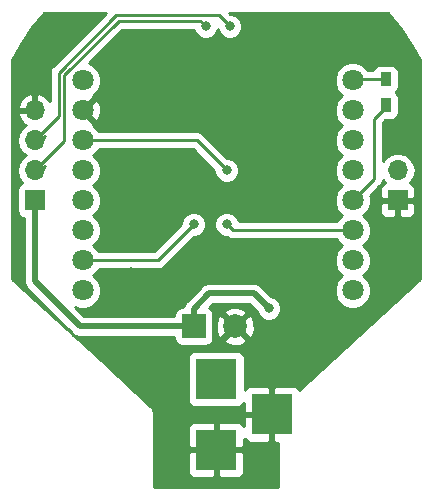
<source format=gbl>
G04 #@! TF.GenerationSoftware,KiCad,Pcbnew,(5.0.0-rc2-206-gf10aa6c85)*
G04 #@! TF.CreationDate,2018-07-11T01:20:15+02:00*
G04 #@! TF.ProjectId,Sp_ka,5370F66B612E6B696361645F70636200,rev?*
G04 #@! TF.SameCoordinates,Original*
G04 #@! TF.FileFunction,Copper,L2,Bot,Signal*
G04 #@! TF.FilePolarity,Positive*
%FSLAX46Y46*%
G04 Gerber Fmt 4.6, Leading zero omitted, Abs format (unit mm)*
G04 Created by KiCad (PCBNEW (5.0.0-rc2-206-gf10aa6c85)) date Wed Jul 11 01:20:15 2018*
%MOMM*%
%LPD*%
G01*
G04 APERTURE LIST*
G04 #@! TA.AperFunction,ComponentPad*
%ADD10C,1.800000*%
G04 #@! TD*
G04 #@! TA.AperFunction,ComponentPad*
%ADD11R,3.500000X3.500000*%
G04 #@! TD*
G04 #@! TA.AperFunction,ComponentPad*
%ADD12C,2.000000*%
G04 #@! TD*
G04 #@! TA.AperFunction,ComponentPad*
%ADD13R,2.000000X2.000000*%
G04 #@! TD*
G04 #@! TA.AperFunction,ComponentPad*
%ADD14R,1.700000X1.700000*%
G04 #@! TD*
G04 #@! TA.AperFunction,ComponentPad*
%ADD15O,1.700000X1.700000*%
G04 #@! TD*
G04 #@! TA.AperFunction,SMDPad,CuDef*
%ADD16R,0.900000X1.200000*%
G04 #@! TD*
G04 #@! TA.AperFunction,ViaPad*
%ADD17C,0.800000*%
G04 #@! TD*
G04 #@! TA.AperFunction,Conductor*
%ADD18C,0.500000*%
G04 #@! TD*
G04 #@! TA.AperFunction,Conductor*
%ADD19C,0.250000*%
G04 #@! TD*
G04 #@! TA.AperFunction,Conductor*
%ADD20C,0.254000*%
G04 #@! TD*
G04 APERTURE END LIST*
D10*
G04 #@! TO.P,U1,9*
G04 #@! TO.N,Net-(U1-Pad9)*
X147574000Y-122682000D03*
G04 #@! TO.P,U1,10*
G04 #@! TO.N,Net-(U1-Pad10)*
X147574000Y-120142000D03*
G04 #@! TO.P,U1,11*
G04 #@! TO.N,DIR_B*
X147574000Y-117602000D03*
G04 #@! TO.P,U1,12*
G04 #@! TO.N,Net-(R6-Pad1)*
X147574000Y-115062000D03*
G04 #@! TO.P,U1,13*
G04 #@! TO.N,Net-(U1-Pad13)*
X147574000Y-112522000D03*
G04 #@! TO.P,U1,14*
G04 #@! TO.N,Net-(C3-Pad2)*
X147574000Y-109982000D03*
G04 #@! TO.P,U1,15*
G04 #@! TO.N,Net-(U1-Pad15)*
X147574000Y-107442000D03*
G04 #@! TO.P,U1,16*
G04 #@! TO.N,+3V3*
X147574000Y-104902000D03*
G04 #@! TO.P,U1,1*
G04 #@! TO.N,VCC*
X124714000Y-104902000D03*
G04 #@! TO.P,U1,2*
G04 #@! TO.N,GND*
X124714000Y-107442000D03*
G04 #@! TO.P,U1,3*
G04 #@! TO.N,TX_B*
X124714000Y-109982000D03*
G04 #@! TO.P,U1,4*
G04 #@! TO.N,Net-(U1-Pad4)*
X124714000Y-112522000D03*
G04 #@! TO.P,U1,5*
G04 #@! TO.N,Net-(U1-Pad5)*
X124714000Y-115062000D03*
G04 #@! TO.P,U1,6*
G04 #@! TO.N,Net-(U1-Pad6)*
X124714000Y-117602000D03*
G04 #@! TO.P,U1,7*
G04 #@! TO.N,RX*
X124714000Y-120142000D03*
G04 #@! TO.P,U1,8*
G04 #@! TO.N,TX_A*
X124714000Y-122682000D03*
G04 #@! TD*
D11*
G04 #@! TO.P,J1,3*
G04 #@! TO.N,GND*
X140716000Y-133175000D03*
G04 #@! TO.P,J1,2*
X136016000Y-136175000D03*
G04 #@! TO.P,J1,1*
G04 #@! TO.N,VCC*
X136016000Y-130175000D03*
G04 #@! TD*
D12*
G04 #@! TO.P,C1,2*
G04 #@! TO.N,GND*
X137615000Y-125730000D03*
D13*
G04 #@! TO.P,C1,1*
G04 #@! TO.N,VCC*
X134115000Y-125730000D03*
G04 #@! TD*
D14*
G04 #@! TO.P,SW1,1*
G04 #@! TO.N,GND*
X151384000Y-115062000D03*
D15*
G04 #@! TO.P,SW1,2*
G04 #@! TO.N,Net-(C3-Pad2)*
X151384000Y-112522000D03*
G04 #@! TD*
D14*
G04 #@! TO.P,J2,1*
G04 #@! TO.N,VCC*
X120650000Y-115062000D03*
D15*
G04 #@! TO.P,J2,2*
G04 #@! TO.N,Net-(J2-Pad2)*
X120650000Y-112522000D03*
G04 #@! TO.P,J2,3*
G04 #@! TO.N,Net-(J2-Pad3)*
X120650000Y-109982000D03*
G04 #@! TO.P,J2,4*
G04 #@! TO.N,GND*
X120650000Y-107442000D03*
G04 #@! TD*
D16*
G04 #@! TO.P,R6,1*
G04 #@! TO.N,Net-(R6-Pad1)*
X150368000Y-107018000D03*
G04 #@! TO.P,R6,2*
G04 #@! TO.N,+3V3*
X150368000Y-104818000D03*
G04 #@! TD*
D17*
G04 #@! TO.N,GND*
X123952000Y-100330000D03*
X120015000Y-104140000D03*
X142875000Y-127000000D03*
X148844000Y-102108000D03*
X151765000Y-120015000D03*
X136652000Y-121412000D03*
X128778000Y-121158000D03*
X139700000Y-105156000D03*
X119126000Y-119380000D03*
X129794000Y-129540000D03*
X144526000Y-112776000D03*
X128270000Y-112268000D03*
X127254000Y-103632000D03*
X139446000Y-115570000D03*
G04 #@! TO.N,VCC*
X140462000Y-124206000D03*
G04 #@! TO.N,Net-(J2-Pad2)*
X135128000Y-100330000D03*
G04 #@! TO.N,Net-(J2-Pad3)*
X137160000Y-100330000D03*
G04 #@! TO.N,RX*
X134112000Y-117094000D03*
G04 #@! TO.N,TX_B*
X136906000Y-112522000D03*
G04 #@! TO.N,DIR_B*
X136906000Y-117094000D03*
G04 #@! TD*
D18*
G04 #@! TO.N,VCC*
X134115000Y-125730000D02*
X124460000Y-125730000D01*
X120650000Y-121920000D02*
X120650000Y-115062000D01*
X124460000Y-125730000D02*
X120650000Y-121920000D01*
X134115000Y-124230000D02*
X134115000Y-125730000D01*
X135409000Y-122936000D02*
X134115000Y-124230000D01*
X140462000Y-124206000D02*
X139192000Y-122936000D01*
X139192000Y-122936000D02*
X135409000Y-122936000D01*
D19*
G04 #@! TO.N,Net-(J2-Pad2)*
X121499999Y-112180001D02*
X120650000Y-113030000D01*
X134633021Y-99835021D02*
X127748979Y-99835021D01*
X135128000Y-100330000D02*
X134633021Y-99835021D01*
X127748979Y-99835021D02*
X123132011Y-104451989D01*
X123132011Y-110039989D02*
X120650000Y-112522000D01*
X123132011Y-104451989D02*
X123132011Y-110039989D01*
G04 #@! TO.N,Net-(J2-Pad3)*
X127562579Y-99385010D02*
X122682000Y-104265589D01*
X137160000Y-100330000D02*
X136215010Y-99385010D01*
X121499999Y-109640001D02*
X120650000Y-110490000D01*
X136215010Y-99385010D02*
X127562579Y-99385010D01*
X122682000Y-107950000D02*
X120650000Y-109982000D01*
X122682000Y-104265589D02*
X122682000Y-107950000D01*
G04 #@! TO.N,RX*
X131064000Y-120142000D02*
X124714000Y-120142000D01*
X134112000Y-117094000D02*
X131064000Y-120142000D01*
G04 #@! TO.N,TX_B*
X134366000Y-109982000D02*
X124714000Y-109982000D01*
X136906000Y-112522000D02*
X134366000Y-109982000D01*
G04 #@! TO.N,DIR_B*
X137414000Y-117602000D02*
X147574000Y-117602000D01*
X136906000Y-117094000D02*
X137414000Y-117602000D01*
G04 #@! TO.N,+3V3*
X147658000Y-104818000D02*
X147574000Y-104902000D01*
X150368000Y-104818000D02*
X147658000Y-104818000D01*
G04 #@! TO.N,Net-(R6-Pad1)*
X150368000Y-107168000D02*
X149352000Y-108184000D01*
X150368000Y-107018000D02*
X150368000Y-107168000D01*
X149352000Y-113284000D02*
X147574000Y-115062000D01*
X149352000Y-108184000D02*
X149352000Y-113284000D01*
G04 #@! TD*
D20*
G04 #@! TO.N,GND*
G36*
X122197530Y-103675258D02*
X122134071Y-103717660D01*
X121966096Y-103969053D01*
X121922000Y-104190738D01*
X121922000Y-104190742D01*
X121907112Y-104265589D01*
X121922000Y-104340436D01*
X121922001Y-106675935D01*
X121921645Y-106675076D01*
X121531358Y-106246817D01*
X121006892Y-106000514D01*
X120777000Y-106121181D01*
X120777000Y-107315000D01*
X120797000Y-107315000D01*
X120797000Y-107569000D01*
X120777000Y-107569000D01*
X120777000Y-107589000D01*
X120523000Y-107589000D01*
X120523000Y-107569000D01*
X119329845Y-107569000D01*
X119208524Y-107798890D01*
X119378355Y-108208924D01*
X119768642Y-108637183D01*
X119898478Y-108698157D01*
X119579375Y-108911375D01*
X119251161Y-109402582D01*
X119135908Y-109982000D01*
X119251161Y-110561418D01*
X119579375Y-111052625D01*
X119877761Y-111252000D01*
X119579375Y-111451375D01*
X119251161Y-111942582D01*
X119135908Y-112522000D01*
X119251161Y-113101418D01*
X119579375Y-113592625D01*
X119597619Y-113604816D01*
X119552235Y-113613843D01*
X119342191Y-113754191D01*
X119201843Y-113964235D01*
X119152560Y-114212000D01*
X119152560Y-115912000D01*
X119201843Y-116159765D01*
X119342191Y-116369809D01*
X119552235Y-116510157D01*
X119765001Y-116552478D01*
X119765000Y-121832839D01*
X119747663Y-121920000D01*
X119765000Y-122007161D01*
X119765000Y-122007164D01*
X119816348Y-122265309D01*
X120011951Y-122558049D01*
X120085847Y-122607425D01*
X123772577Y-126294156D01*
X123821951Y-126368049D01*
X123895844Y-126417423D01*
X123895845Y-126417424D01*
X124114690Y-126563652D01*
X124372835Y-126615000D01*
X124372839Y-126615000D01*
X124460000Y-126632337D01*
X124547161Y-126615000D01*
X132467560Y-126615000D01*
X132467560Y-126730000D01*
X132516843Y-126977765D01*
X132657191Y-127187809D01*
X132867235Y-127328157D01*
X133115000Y-127377440D01*
X135115000Y-127377440D01*
X135362765Y-127328157D01*
X135572809Y-127187809D01*
X135713157Y-126977765D01*
X135732099Y-126882532D01*
X136642073Y-126882532D01*
X136740736Y-127149387D01*
X137350461Y-127375908D01*
X138000460Y-127351856D01*
X138489264Y-127149387D01*
X138587927Y-126882532D01*
X137615000Y-125909605D01*
X136642073Y-126882532D01*
X135732099Y-126882532D01*
X135762440Y-126730000D01*
X135762440Y-125465461D01*
X135969092Y-125465461D01*
X135993144Y-126115460D01*
X136195613Y-126604264D01*
X136462468Y-126702927D01*
X137435395Y-125730000D01*
X137794605Y-125730000D01*
X138767532Y-126702927D01*
X139034387Y-126604264D01*
X139260908Y-125994539D01*
X139236856Y-125344540D01*
X139034387Y-124855736D01*
X138767532Y-124757073D01*
X137794605Y-125730000D01*
X137435395Y-125730000D01*
X136462468Y-124757073D01*
X136195613Y-124855736D01*
X135969092Y-125465461D01*
X135762440Y-125465461D01*
X135762440Y-124730000D01*
X135732100Y-124577468D01*
X136642073Y-124577468D01*
X137615000Y-125550395D01*
X138587927Y-124577468D01*
X138489264Y-124310613D01*
X137879539Y-124084092D01*
X137229540Y-124108144D01*
X136740736Y-124310613D01*
X136642073Y-124577468D01*
X135732100Y-124577468D01*
X135713157Y-124482235D01*
X135572809Y-124272191D01*
X135423892Y-124172687D01*
X135775579Y-123821000D01*
X138825422Y-123821000D01*
X139434569Y-124430148D01*
X139584569Y-124792280D01*
X139875720Y-125083431D01*
X140256126Y-125241000D01*
X140667874Y-125241000D01*
X141048280Y-125083431D01*
X141339431Y-124792280D01*
X141497000Y-124411874D01*
X141497000Y-124000126D01*
X141339431Y-123619720D01*
X141048280Y-123328569D01*
X140686148Y-123178569D01*
X139879425Y-122371847D01*
X139830049Y-122297951D01*
X139537310Y-122102348D01*
X139279165Y-122051000D01*
X139279161Y-122051000D01*
X139192000Y-122033663D01*
X139104839Y-122051000D01*
X135496159Y-122051000D01*
X135408999Y-122033663D01*
X135321839Y-122051000D01*
X135321835Y-122051000D01*
X135063690Y-122102348D01*
X135063688Y-122102349D01*
X135063689Y-122102349D01*
X134844845Y-122248576D01*
X134844844Y-122248577D01*
X134770951Y-122297951D01*
X134721577Y-122371844D01*
X133550847Y-123542575D01*
X133476951Y-123591951D01*
X133281348Y-123884691D01*
X133241990Y-124082560D01*
X133115000Y-124082560D01*
X132867235Y-124131843D01*
X132657191Y-124272191D01*
X132516843Y-124482235D01*
X132467560Y-124730000D01*
X132467560Y-124845000D01*
X124826579Y-124845000D01*
X124050021Y-124068443D01*
X124408670Y-124217000D01*
X125019330Y-124217000D01*
X125583507Y-123983310D01*
X126015310Y-123551507D01*
X126249000Y-122987330D01*
X126249000Y-122376670D01*
X126015310Y-121812493D01*
X125614817Y-121412000D01*
X126015310Y-121011507D01*
X126060669Y-120902000D01*
X130989153Y-120902000D01*
X131064000Y-120916888D01*
X131138847Y-120902000D01*
X131138852Y-120902000D01*
X131360537Y-120857904D01*
X131611929Y-120689929D01*
X131654331Y-120626470D01*
X134151802Y-118129000D01*
X134317874Y-118129000D01*
X134698280Y-117971431D01*
X134989431Y-117680280D01*
X135147000Y-117299874D01*
X135147000Y-116888126D01*
X135871000Y-116888126D01*
X135871000Y-117299874D01*
X136028569Y-117680280D01*
X136319720Y-117971431D01*
X136700126Y-118129000D01*
X136852087Y-118129000D01*
X136866071Y-118149929D01*
X136929524Y-118192327D01*
X136929526Y-118192329D01*
X137054902Y-118276102D01*
X137117463Y-118317904D01*
X137339148Y-118362000D01*
X137339152Y-118362000D01*
X137413999Y-118376888D01*
X137488846Y-118362000D01*
X146227331Y-118362000D01*
X146272690Y-118471507D01*
X146673183Y-118872000D01*
X146272690Y-119272493D01*
X146039000Y-119836670D01*
X146039000Y-120447330D01*
X146272690Y-121011507D01*
X146673183Y-121412000D01*
X146272690Y-121812493D01*
X146039000Y-122376670D01*
X146039000Y-122987330D01*
X146272690Y-123551507D01*
X146704493Y-123983310D01*
X147268670Y-124217000D01*
X147879330Y-124217000D01*
X148443507Y-123983310D01*
X148875310Y-123551507D01*
X149109000Y-122987330D01*
X149109000Y-122376670D01*
X148875310Y-121812493D01*
X148474817Y-121412000D01*
X148875310Y-121011507D01*
X149109000Y-120447330D01*
X149109000Y-119836670D01*
X148875310Y-119272493D01*
X148474817Y-118872000D01*
X148875310Y-118471507D01*
X149109000Y-117907330D01*
X149109000Y-117296670D01*
X148875310Y-116732493D01*
X148474817Y-116332000D01*
X148875310Y-115931507D01*
X149109000Y-115367330D01*
X149109000Y-115347750D01*
X149899000Y-115347750D01*
X149899000Y-116038310D01*
X149995673Y-116271699D01*
X150174302Y-116450327D01*
X150407691Y-116547000D01*
X151098250Y-116547000D01*
X151257000Y-116388250D01*
X151257000Y-115189000D01*
X151511000Y-115189000D01*
X151511000Y-116388250D01*
X151669750Y-116547000D01*
X152360309Y-116547000D01*
X152593698Y-116450327D01*
X152772327Y-116271699D01*
X152869000Y-116038310D01*
X152869000Y-115347750D01*
X152710250Y-115189000D01*
X151511000Y-115189000D01*
X151257000Y-115189000D01*
X150057750Y-115189000D01*
X149899000Y-115347750D01*
X149109000Y-115347750D01*
X149109000Y-114756670D01*
X149063640Y-114647161D01*
X149836473Y-113874329D01*
X149899929Y-113831929D01*
X149964194Y-113735750D01*
X150067904Y-113580538D01*
X150103928Y-113399431D01*
X150112000Y-113358852D01*
X150112000Y-113358848D01*
X150122362Y-113306754D01*
X150313375Y-113592625D01*
X150335033Y-113607096D01*
X150174302Y-113673673D01*
X149995673Y-113852301D01*
X149899000Y-114085690D01*
X149899000Y-114776250D01*
X150057750Y-114935000D01*
X151257000Y-114935000D01*
X151257000Y-114915000D01*
X151511000Y-114915000D01*
X151511000Y-114935000D01*
X152710250Y-114935000D01*
X152869000Y-114776250D01*
X152869000Y-114085690D01*
X152772327Y-113852301D01*
X152593698Y-113673673D01*
X152432967Y-113607096D01*
X152454625Y-113592625D01*
X152782839Y-113101418D01*
X152898092Y-112522000D01*
X152782839Y-111942582D01*
X152454625Y-111451375D01*
X151963418Y-111123161D01*
X151530256Y-111037000D01*
X151237744Y-111037000D01*
X150804582Y-111123161D01*
X150313375Y-111451375D01*
X150112000Y-111752754D01*
X150112000Y-108498801D01*
X150345361Y-108265440D01*
X150818000Y-108265440D01*
X151065765Y-108216157D01*
X151275809Y-108075809D01*
X151416157Y-107865765D01*
X151465440Y-107618000D01*
X151465440Y-106418000D01*
X151416157Y-106170235D01*
X151275809Y-105960191D01*
X151212666Y-105918000D01*
X151275809Y-105875809D01*
X151416157Y-105665765D01*
X151465440Y-105418000D01*
X151465440Y-104218000D01*
X151416157Y-103970235D01*
X151275809Y-103760191D01*
X151065765Y-103619843D01*
X150818000Y-103570560D01*
X149918000Y-103570560D01*
X149670235Y-103619843D01*
X149460191Y-103760191D01*
X149319843Y-103970235D01*
X149302386Y-104058000D01*
X148885875Y-104058000D01*
X148875310Y-104032493D01*
X148443507Y-103600690D01*
X147879330Y-103367000D01*
X147268670Y-103367000D01*
X146704493Y-103600690D01*
X146272690Y-104032493D01*
X146039000Y-104596670D01*
X146039000Y-105207330D01*
X146272690Y-105771507D01*
X146673183Y-106172000D01*
X146272690Y-106572493D01*
X146039000Y-107136670D01*
X146039000Y-107747330D01*
X146272690Y-108311507D01*
X146673183Y-108712000D01*
X146272690Y-109112493D01*
X146039000Y-109676670D01*
X146039000Y-110287330D01*
X146272690Y-110851507D01*
X146673183Y-111252000D01*
X146272690Y-111652493D01*
X146039000Y-112216670D01*
X146039000Y-112827330D01*
X146272690Y-113391507D01*
X146673183Y-113792000D01*
X146272690Y-114192493D01*
X146039000Y-114756670D01*
X146039000Y-115367330D01*
X146272690Y-115931507D01*
X146673183Y-116332000D01*
X146272690Y-116732493D01*
X146227331Y-116842000D01*
X137921894Y-116842000D01*
X137783431Y-116507720D01*
X137492280Y-116216569D01*
X137111874Y-116059000D01*
X136700126Y-116059000D01*
X136319720Y-116216569D01*
X136028569Y-116507720D01*
X135871000Y-116888126D01*
X135147000Y-116888126D01*
X134989431Y-116507720D01*
X134698280Y-116216569D01*
X134317874Y-116059000D01*
X133906126Y-116059000D01*
X133525720Y-116216569D01*
X133234569Y-116507720D01*
X133077000Y-116888126D01*
X133077000Y-117054198D01*
X130749199Y-119382000D01*
X126060669Y-119382000D01*
X126015310Y-119272493D01*
X125614817Y-118872000D01*
X126015310Y-118471507D01*
X126249000Y-117907330D01*
X126249000Y-117296670D01*
X126015310Y-116732493D01*
X125614817Y-116332000D01*
X126015310Y-115931507D01*
X126249000Y-115367330D01*
X126249000Y-114756670D01*
X126015310Y-114192493D01*
X125614817Y-113792000D01*
X126015310Y-113391507D01*
X126249000Y-112827330D01*
X126249000Y-112216670D01*
X126015310Y-111652493D01*
X125614817Y-111252000D01*
X126015310Y-110851507D01*
X126060669Y-110742000D01*
X134051199Y-110742000D01*
X135871000Y-112561803D01*
X135871000Y-112727874D01*
X136028569Y-113108280D01*
X136319720Y-113399431D01*
X136700126Y-113557000D01*
X137111874Y-113557000D01*
X137492280Y-113399431D01*
X137783431Y-113108280D01*
X137941000Y-112727874D01*
X137941000Y-112316126D01*
X137783431Y-111935720D01*
X137492280Y-111644569D01*
X137111874Y-111487000D01*
X136945803Y-111487000D01*
X134956331Y-109497530D01*
X134913929Y-109434071D01*
X134662537Y-109266096D01*
X134440852Y-109222000D01*
X134440847Y-109222000D01*
X134366000Y-109207112D01*
X134291153Y-109222000D01*
X126060669Y-109222000D01*
X126015310Y-109112493D01*
X125583507Y-108680690D01*
X125563885Y-108672562D01*
X125614554Y-108522159D01*
X124714000Y-107621605D01*
X124699858Y-107635748D01*
X124520253Y-107456143D01*
X124534395Y-107442000D01*
X124893605Y-107442000D01*
X125794159Y-108342554D01*
X126050643Y-108256148D01*
X126260458Y-107682664D01*
X126234839Y-107072540D01*
X126050643Y-106627852D01*
X125794159Y-106541446D01*
X124893605Y-107442000D01*
X124534395Y-107442000D01*
X124520253Y-107427858D01*
X124699858Y-107248253D01*
X124714000Y-107262395D01*
X125614554Y-106361841D01*
X125563885Y-106211438D01*
X125583507Y-106203310D01*
X126015310Y-105771507D01*
X126249000Y-105207330D01*
X126249000Y-104596670D01*
X126015310Y-104032493D01*
X125583507Y-103600690D01*
X125211996Y-103446805D01*
X128063781Y-100595021D01*
X134117499Y-100595021D01*
X134250569Y-100916280D01*
X134541720Y-101207431D01*
X134922126Y-101365000D01*
X135333874Y-101365000D01*
X135714280Y-101207431D01*
X136005431Y-100916280D01*
X136144000Y-100581744D01*
X136282569Y-100916280D01*
X136573720Y-101207431D01*
X136954126Y-101365000D01*
X137365874Y-101365000D01*
X137746280Y-101207431D01*
X138037431Y-100916280D01*
X138195000Y-100535874D01*
X138195000Y-100124126D01*
X138037431Y-99743720D01*
X137746280Y-99452569D01*
X137365874Y-99295000D01*
X137199801Y-99295000D01*
X137091801Y-99187000D01*
X150583834Y-99187000D01*
X150599511Y-99203357D01*
X151679258Y-100551826D01*
X152635945Y-101992577D01*
X153290000Y-103182300D01*
X153290001Y-121687669D01*
X143019609Y-131102196D01*
X143004327Y-131065302D01*
X142825699Y-130886673D01*
X142592310Y-130790000D01*
X141001750Y-130790000D01*
X140843000Y-130948750D01*
X140843000Y-133048000D01*
X141289017Y-133048000D01*
X141290001Y-133054384D01*
X141290001Y-133302000D01*
X140843000Y-133302000D01*
X140843000Y-135401250D01*
X141001750Y-135560000D01*
X141290001Y-135560000D01*
X141290000Y-139290000D01*
X130710000Y-139290000D01*
X130710000Y-136460750D01*
X133631000Y-136460750D01*
X133631000Y-138051309D01*
X133727673Y-138284698D01*
X133906301Y-138463327D01*
X134139690Y-138560000D01*
X135730250Y-138560000D01*
X135889000Y-138401250D01*
X135889000Y-136302000D01*
X136143000Y-136302000D01*
X136143000Y-138401250D01*
X136301750Y-138560000D01*
X137892310Y-138560000D01*
X138125699Y-138463327D01*
X138304327Y-138284698D01*
X138401000Y-138051309D01*
X138401000Y-136460750D01*
X138242250Y-136302000D01*
X136143000Y-136302000D01*
X135889000Y-136302000D01*
X133789750Y-136302000D01*
X133631000Y-136460750D01*
X130710000Y-136460750D01*
X130710000Y-134298691D01*
X133631000Y-134298691D01*
X133631000Y-135889250D01*
X133789750Y-136048000D01*
X135889000Y-136048000D01*
X135889000Y-133948750D01*
X136143000Y-133948750D01*
X136143000Y-136048000D01*
X138242250Y-136048000D01*
X138401000Y-135889250D01*
X138401000Y-135220304D01*
X138427673Y-135284698D01*
X138606301Y-135463327D01*
X138839690Y-135560000D01*
X140430250Y-135560000D01*
X140589000Y-135401250D01*
X140589000Y-133302000D01*
X138489750Y-133302000D01*
X138331000Y-133460750D01*
X138331000Y-134129696D01*
X138304327Y-134065302D01*
X138125699Y-133886673D01*
X137892310Y-133790000D01*
X136301750Y-133790000D01*
X136143000Y-133948750D01*
X135889000Y-133948750D01*
X135730250Y-133790000D01*
X134139690Y-133790000D01*
X133906301Y-133886673D01*
X133727673Y-134065302D01*
X133631000Y-134298691D01*
X130710000Y-134298691D01*
X130710000Y-133054381D01*
X130723226Y-132968555D01*
X130693347Y-132846355D01*
X130668805Y-132722972D01*
X130659933Y-132709694D01*
X130656140Y-132694182D01*
X130581763Y-132592705D01*
X130511880Y-132488119D01*
X130439682Y-132439878D01*
X126059815Y-128425000D01*
X133618560Y-128425000D01*
X133618560Y-131925000D01*
X133667843Y-132172765D01*
X133808191Y-132382809D01*
X134018235Y-132523157D01*
X134266000Y-132572440D01*
X137766000Y-132572440D01*
X138013765Y-132523157D01*
X138223809Y-132382809D01*
X138331000Y-132222388D01*
X138331000Y-132889250D01*
X138489750Y-133048000D01*
X140589000Y-133048000D01*
X140589000Y-130948750D01*
X140430250Y-130790000D01*
X138839690Y-130790000D01*
X138606301Y-130886673D01*
X138427673Y-131065302D01*
X138413440Y-131099663D01*
X138413440Y-128425000D01*
X138364157Y-128177235D01*
X138223809Y-127967191D01*
X138013765Y-127826843D01*
X137766000Y-127777560D01*
X134266000Y-127777560D01*
X134018235Y-127826843D01*
X133808191Y-127967191D01*
X133667843Y-128177235D01*
X133618560Y-128425000D01*
X126059815Y-128425000D01*
X118710000Y-121687670D01*
X118710000Y-107085110D01*
X119208524Y-107085110D01*
X119329845Y-107315000D01*
X120523000Y-107315000D01*
X120523000Y-106121181D01*
X120293108Y-106000514D01*
X119768642Y-106246817D01*
X119378355Y-106675076D01*
X119208524Y-107085110D01*
X118710000Y-107085110D01*
X118710000Y-103184382D01*
X119476214Y-101808616D01*
X120447586Y-100380094D01*
X121424647Y-99187000D01*
X126685787Y-99187000D01*
X122197530Y-103675258D01*
X122197530Y-103675258D01*
G37*
X122197530Y-103675258D02*
X122134071Y-103717660D01*
X121966096Y-103969053D01*
X121922000Y-104190738D01*
X121922000Y-104190742D01*
X121907112Y-104265589D01*
X121922000Y-104340436D01*
X121922001Y-106675935D01*
X121921645Y-106675076D01*
X121531358Y-106246817D01*
X121006892Y-106000514D01*
X120777000Y-106121181D01*
X120777000Y-107315000D01*
X120797000Y-107315000D01*
X120797000Y-107569000D01*
X120777000Y-107569000D01*
X120777000Y-107589000D01*
X120523000Y-107589000D01*
X120523000Y-107569000D01*
X119329845Y-107569000D01*
X119208524Y-107798890D01*
X119378355Y-108208924D01*
X119768642Y-108637183D01*
X119898478Y-108698157D01*
X119579375Y-108911375D01*
X119251161Y-109402582D01*
X119135908Y-109982000D01*
X119251161Y-110561418D01*
X119579375Y-111052625D01*
X119877761Y-111252000D01*
X119579375Y-111451375D01*
X119251161Y-111942582D01*
X119135908Y-112522000D01*
X119251161Y-113101418D01*
X119579375Y-113592625D01*
X119597619Y-113604816D01*
X119552235Y-113613843D01*
X119342191Y-113754191D01*
X119201843Y-113964235D01*
X119152560Y-114212000D01*
X119152560Y-115912000D01*
X119201843Y-116159765D01*
X119342191Y-116369809D01*
X119552235Y-116510157D01*
X119765001Y-116552478D01*
X119765000Y-121832839D01*
X119747663Y-121920000D01*
X119765000Y-122007161D01*
X119765000Y-122007164D01*
X119816348Y-122265309D01*
X120011951Y-122558049D01*
X120085847Y-122607425D01*
X123772577Y-126294156D01*
X123821951Y-126368049D01*
X123895844Y-126417423D01*
X123895845Y-126417424D01*
X124114690Y-126563652D01*
X124372835Y-126615000D01*
X124372839Y-126615000D01*
X124460000Y-126632337D01*
X124547161Y-126615000D01*
X132467560Y-126615000D01*
X132467560Y-126730000D01*
X132516843Y-126977765D01*
X132657191Y-127187809D01*
X132867235Y-127328157D01*
X133115000Y-127377440D01*
X135115000Y-127377440D01*
X135362765Y-127328157D01*
X135572809Y-127187809D01*
X135713157Y-126977765D01*
X135732099Y-126882532D01*
X136642073Y-126882532D01*
X136740736Y-127149387D01*
X137350461Y-127375908D01*
X138000460Y-127351856D01*
X138489264Y-127149387D01*
X138587927Y-126882532D01*
X137615000Y-125909605D01*
X136642073Y-126882532D01*
X135732099Y-126882532D01*
X135762440Y-126730000D01*
X135762440Y-125465461D01*
X135969092Y-125465461D01*
X135993144Y-126115460D01*
X136195613Y-126604264D01*
X136462468Y-126702927D01*
X137435395Y-125730000D01*
X137794605Y-125730000D01*
X138767532Y-126702927D01*
X139034387Y-126604264D01*
X139260908Y-125994539D01*
X139236856Y-125344540D01*
X139034387Y-124855736D01*
X138767532Y-124757073D01*
X137794605Y-125730000D01*
X137435395Y-125730000D01*
X136462468Y-124757073D01*
X136195613Y-124855736D01*
X135969092Y-125465461D01*
X135762440Y-125465461D01*
X135762440Y-124730000D01*
X135732100Y-124577468D01*
X136642073Y-124577468D01*
X137615000Y-125550395D01*
X138587927Y-124577468D01*
X138489264Y-124310613D01*
X137879539Y-124084092D01*
X137229540Y-124108144D01*
X136740736Y-124310613D01*
X136642073Y-124577468D01*
X135732100Y-124577468D01*
X135713157Y-124482235D01*
X135572809Y-124272191D01*
X135423892Y-124172687D01*
X135775579Y-123821000D01*
X138825422Y-123821000D01*
X139434569Y-124430148D01*
X139584569Y-124792280D01*
X139875720Y-125083431D01*
X140256126Y-125241000D01*
X140667874Y-125241000D01*
X141048280Y-125083431D01*
X141339431Y-124792280D01*
X141497000Y-124411874D01*
X141497000Y-124000126D01*
X141339431Y-123619720D01*
X141048280Y-123328569D01*
X140686148Y-123178569D01*
X139879425Y-122371847D01*
X139830049Y-122297951D01*
X139537310Y-122102348D01*
X139279165Y-122051000D01*
X139279161Y-122051000D01*
X139192000Y-122033663D01*
X139104839Y-122051000D01*
X135496159Y-122051000D01*
X135408999Y-122033663D01*
X135321839Y-122051000D01*
X135321835Y-122051000D01*
X135063690Y-122102348D01*
X135063688Y-122102349D01*
X135063689Y-122102349D01*
X134844845Y-122248576D01*
X134844844Y-122248577D01*
X134770951Y-122297951D01*
X134721577Y-122371844D01*
X133550847Y-123542575D01*
X133476951Y-123591951D01*
X133281348Y-123884691D01*
X133241990Y-124082560D01*
X133115000Y-124082560D01*
X132867235Y-124131843D01*
X132657191Y-124272191D01*
X132516843Y-124482235D01*
X132467560Y-124730000D01*
X132467560Y-124845000D01*
X124826579Y-124845000D01*
X124050021Y-124068443D01*
X124408670Y-124217000D01*
X125019330Y-124217000D01*
X125583507Y-123983310D01*
X126015310Y-123551507D01*
X126249000Y-122987330D01*
X126249000Y-122376670D01*
X126015310Y-121812493D01*
X125614817Y-121412000D01*
X126015310Y-121011507D01*
X126060669Y-120902000D01*
X130989153Y-120902000D01*
X131064000Y-120916888D01*
X131138847Y-120902000D01*
X131138852Y-120902000D01*
X131360537Y-120857904D01*
X131611929Y-120689929D01*
X131654331Y-120626470D01*
X134151802Y-118129000D01*
X134317874Y-118129000D01*
X134698280Y-117971431D01*
X134989431Y-117680280D01*
X135147000Y-117299874D01*
X135147000Y-116888126D01*
X135871000Y-116888126D01*
X135871000Y-117299874D01*
X136028569Y-117680280D01*
X136319720Y-117971431D01*
X136700126Y-118129000D01*
X136852087Y-118129000D01*
X136866071Y-118149929D01*
X136929524Y-118192327D01*
X136929526Y-118192329D01*
X137054902Y-118276102D01*
X137117463Y-118317904D01*
X137339148Y-118362000D01*
X137339152Y-118362000D01*
X137413999Y-118376888D01*
X137488846Y-118362000D01*
X146227331Y-118362000D01*
X146272690Y-118471507D01*
X146673183Y-118872000D01*
X146272690Y-119272493D01*
X146039000Y-119836670D01*
X146039000Y-120447330D01*
X146272690Y-121011507D01*
X146673183Y-121412000D01*
X146272690Y-121812493D01*
X146039000Y-122376670D01*
X146039000Y-122987330D01*
X146272690Y-123551507D01*
X146704493Y-123983310D01*
X147268670Y-124217000D01*
X147879330Y-124217000D01*
X148443507Y-123983310D01*
X148875310Y-123551507D01*
X149109000Y-122987330D01*
X149109000Y-122376670D01*
X148875310Y-121812493D01*
X148474817Y-121412000D01*
X148875310Y-121011507D01*
X149109000Y-120447330D01*
X149109000Y-119836670D01*
X148875310Y-119272493D01*
X148474817Y-118872000D01*
X148875310Y-118471507D01*
X149109000Y-117907330D01*
X149109000Y-117296670D01*
X148875310Y-116732493D01*
X148474817Y-116332000D01*
X148875310Y-115931507D01*
X149109000Y-115367330D01*
X149109000Y-115347750D01*
X149899000Y-115347750D01*
X149899000Y-116038310D01*
X149995673Y-116271699D01*
X150174302Y-116450327D01*
X150407691Y-116547000D01*
X151098250Y-116547000D01*
X151257000Y-116388250D01*
X151257000Y-115189000D01*
X151511000Y-115189000D01*
X151511000Y-116388250D01*
X151669750Y-116547000D01*
X152360309Y-116547000D01*
X152593698Y-116450327D01*
X152772327Y-116271699D01*
X152869000Y-116038310D01*
X152869000Y-115347750D01*
X152710250Y-115189000D01*
X151511000Y-115189000D01*
X151257000Y-115189000D01*
X150057750Y-115189000D01*
X149899000Y-115347750D01*
X149109000Y-115347750D01*
X149109000Y-114756670D01*
X149063640Y-114647161D01*
X149836473Y-113874329D01*
X149899929Y-113831929D01*
X149964194Y-113735750D01*
X150067904Y-113580538D01*
X150103928Y-113399431D01*
X150112000Y-113358852D01*
X150112000Y-113358848D01*
X150122362Y-113306754D01*
X150313375Y-113592625D01*
X150335033Y-113607096D01*
X150174302Y-113673673D01*
X149995673Y-113852301D01*
X149899000Y-114085690D01*
X149899000Y-114776250D01*
X150057750Y-114935000D01*
X151257000Y-114935000D01*
X151257000Y-114915000D01*
X151511000Y-114915000D01*
X151511000Y-114935000D01*
X152710250Y-114935000D01*
X152869000Y-114776250D01*
X152869000Y-114085690D01*
X152772327Y-113852301D01*
X152593698Y-113673673D01*
X152432967Y-113607096D01*
X152454625Y-113592625D01*
X152782839Y-113101418D01*
X152898092Y-112522000D01*
X152782839Y-111942582D01*
X152454625Y-111451375D01*
X151963418Y-111123161D01*
X151530256Y-111037000D01*
X151237744Y-111037000D01*
X150804582Y-111123161D01*
X150313375Y-111451375D01*
X150112000Y-111752754D01*
X150112000Y-108498801D01*
X150345361Y-108265440D01*
X150818000Y-108265440D01*
X151065765Y-108216157D01*
X151275809Y-108075809D01*
X151416157Y-107865765D01*
X151465440Y-107618000D01*
X151465440Y-106418000D01*
X151416157Y-106170235D01*
X151275809Y-105960191D01*
X151212666Y-105918000D01*
X151275809Y-105875809D01*
X151416157Y-105665765D01*
X151465440Y-105418000D01*
X151465440Y-104218000D01*
X151416157Y-103970235D01*
X151275809Y-103760191D01*
X151065765Y-103619843D01*
X150818000Y-103570560D01*
X149918000Y-103570560D01*
X149670235Y-103619843D01*
X149460191Y-103760191D01*
X149319843Y-103970235D01*
X149302386Y-104058000D01*
X148885875Y-104058000D01*
X148875310Y-104032493D01*
X148443507Y-103600690D01*
X147879330Y-103367000D01*
X147268670Y-103367000D01*
X146704493Y-103600690D01*
X146272690Y-104032493D01*
X146039000Y-104596670D01*
X146039000Y-105207330D01*
X146272690Y-105771507D01*
X146673183Y-106172000D01*
X146272690Y-106572493D01*
X146039000Y-107136670D01*
X146039000Y-107747330D01*
X146272690Y-108311507D01*
X146673183Y-108712000D01*
X146272690Y-109112493D01*
X146039000Y-109676670D01*
X146039000Y-110287330D01*
X146272690Y-110851507D01*
X146673183Y-111252000D01*
X146272690Y-111652493D01*
X146039000Y-112216670D01*
X146039000Y-112827330D01*
X146272690Y-113391507D01*
X146673183Y-113792000D01*
X146272690Y-114192493D01*
X146039000Y-114756670D01*
X146039000Y-115367330D01*
X146272690Y-115931507D01*
X146673183Y-116332000D01*
X146272690Y-116732493D01*
X146227331Y-116842000D01*
X137921894Y-116842000D01*
X137783431Y-116507720D01*
X137492280Y-116216569D01*
X137111874Y-116059000D01*
X136700126Y-116059000D01*
X136319720Y-116216569D01*
X136028569Y-116507720D01*
X135871000Y-116888126D01*
X135147000Y-116888126D01*
X134989431Y-116507720D01*
X134698280Y-116216569D01*
X134317874Y-116059000D01*
X133906126Y-116059000D01*
X133525720Y-116216569D01*
X133234569Y-116507720D01*
X133077000Y-116888126D01*
X133077000Y-117054198D01*
X130749199Y-119382000D01*
X126060669Y-119382000D01*
X126015310Y-119272493D01*
X125614817Y-118872000D01*
X126015310Y-118471507D01*
X126249000Y-117907330D01*
X126249000Y-117296670D01*
X126015310Y-116732493D01*
X125614817Y-116332000D01*
X126015310Y-115931507D01*
X126249000Y-115367330D01*
X126249000Y-114756670D01*
X126015310Y-114192493D01*
X125614817Y-113792000D01*
X126015310Y-113391507D01*
X126249000Y-112827330D01*
X126249000Y-112216670D01*
X126015310Y-111652493D01*
X125614817Y-111252000D01*
X126015310Y-110851507D01*
X126060669Y-110742000D01*
X134051199Y-110742000D01*
X135871000Y-112561803D01*
X135871000Y-112727874D01*
X136028569Y-113108280D01*
X136319720Y-113399431D01*
X136700126Y-113557000D01*
X137111874Y-113557000D01*
X137492280Y-113399431D01*
X137783431Y-113108280D01*
X137941000Y-112727874D01*
X137941000Y-112316126D01*
X137783431Y-111935720D01*
X137492280Y-111644569D01*
X137111874Y-111487000D01*
X136945803Y-111487000D01*
X134956331Y-109497530D01*
X134913929Y-109434071D01*
X134662537Y-109266096D01*
X134440852Y-109222000D01*
X134440847Y-109222000D01*
X134366000Y-109207112D01*
X134291153Y-109222000D01*
X126060669Y-109222000D01*
X126015310Y-109112493D01*
X125583507Y-108680690D01*
X125563885Y-108672562D01*
X125614554Y-108522159D01*
X124714000Y-107621605D01*
X124699858Y-107635748D01*
X124520253Y-107456143D01*
X124534395Y-107442000D01*
X124893605Y-107442000D01*
X125794159Y-108342554D01*
X126050643Y-108256148D01*
X126260458Y-107682664D01*
X126234839Y-107072540D01*
X126050643Y-106627852D01*
X125794159Y-106541446D01*
X124893605Y-107442000D01*
X124534395Y-107442000D01*
X124520253Y-107427858D01*
X124699858Y-107248253D01*
X124714000Y-107262395D01*
X125614554Y-106361841D01*
X125563885Y-106211438D01*
X125583507Y-106203310D01*
X126015310Y-105771507D01*
X126249000Y-105207330D01*
X126249000Y-104596670D01*
X126015310Y-104032493D01*
X125583507Y-103600690D01*
X125211996Y-103446805D01*
X128063781Y-100595021D01*
X134117499Y-100595021D01*
X134250569Y-100916280D01*
X134541720Y-101207431D01*
X134922126Y-101365000D01*
X135333874Y-101365000D01*
X135714280Y-101207431D01*
X136005431Y-100916280D01*
X136144000Y-100581744D01*
X136282569Y-100916280D01*
X136573720Y-101207431D01*
X136954126Y-101365000D01*
X137365874Y-101365000D01*
X137746280Y-101207431D01*
X138037431Y-100916280D01*
X138195000Y-100535874D01*
X138195000Y-100124126D01*
X138037431Y-99743720D01*
X137746280Y-99452569D01*
X137365874Y-99295000D01*
X137199801Y-99295000D01*
X137091801Y-99187000D01*
X150583834Y-99187000D01*
X150599511Y-99203357D01*
X151679258Y-100551826D01*
X152635945Y-101992577D01*
X153290000Y-103182300D01*
X153290001Y-121687669D01*
X143019609Y-131102196D01*
X143004327Y-131065302D01*
X142825699Y-130886673D01*
X142592310Y-130790000D01*
X141001750Y-130790000D01*
X140843000Y-130948750D01*
X140843000Y-133048000D01*
X141289017Y-133048000D01*
X141290001Y-133054384D01*
X141290001Y-133302000D01*
X140843000Y-133302000D01*
X140843000Y-135401250D01*
X141001750Y-135560000D01*
X141290001Y-135560000D01*
X141290000Y-139290000D01*
X130710000Y-139290000D01*
X130710000Y-136460750D01*
X133631000Y-136460750D01*
X133631000Y-138051309D01*
X133727673Y-138284698D01*
X133906301Y-138463327D01*
X134139690Y-138560000D01*
X135730250Y-138560000D01*
X135889000Y-138401250D01*
X135889000Y-136302000D01*
X136143000Y-136302000D01*
X136143000Y-138401250D01*
X136301750Y-138560000D01*
X137892310Y-138560000D01*
X138125699Y-138463327D01*
X138304327Y-138284698D01*
X138401000Y-138051309D01*
X138401000Y-136460750D01*
X138242250Y-136302000D01*
X136143000Y-136302000D01*
X135889000Y-136302000D01*
X133789750Y-136302000D01*
X133631000Y-136460750D01*
X130710000Y-136460750D01*
X130710000Y-134298691D01*
X133631000Y-134298691D01*
X133631000Y-135889250D01*
X133789750Y-136048000D01*
X135889000Y-136048000D01*
X135889000Y-133948750D01*
X136143000Y-133948750D01*
X136143000Y-136048000D01*
X138242250Y-136048000D01*
X138401000Y-135889250D01*
X138401000Y-135220304D01*
X138427673Y-135284698D01*
X138606301Y-135463327D01*
X138839690Y-135560000D01*
X140430250Y-135560000D01*
X140589000Y-135401250D01*
X140589000Y-133302000D01*
X138489750Y-133302000D01*
X138331000Y-133460750D01*
X138331000Y-134129696D01*
X138304327Y-134065302D01*
X138125699Y-133886673D01*
X137892310Y-133790000D01*
X136301750Y-133790000D01*
X136143000Y-133948750D01*
X135889000Y-133948750D01*
X135730250Y-133790000D01*
X134139690Y-133790000D01*
X133906301Y-133886673D01*
X133727673Y-134065302D01*
X133631000Y-134298691D01*
X130710000Y-134298691D01*
X130710000Y-133054381D01*
X130723226Y-132968555D01*
X130693347Y-132846355D01*
X130668805Y-132722972D01*
X130659933Y-132709694D01*
X130656140Y-132694182D01*
X130581763Y-132592705D01*
X130511880Y-132488119D01*
X130439682Y-132439878D01*
X126059815Y-128425000D01*
X133618560Y-128425000D01*
X133618560Y-131925000D01*
X133667843Y-132172765D01*
X133808191Y-132382809D01*
X134018235Y-132523157D01*
X134266000Y-132572440D01*
X137766000Y-132572440D01*
X138013765Y-132523157D01*
X138223809Y-132382809D01*
X138331000Y-132222388D01*
X138331000Y-132889250D01*
X138489750Y-133048000D01*
X140589000Y-133048000D01*
X140589000Y-130948750D01*
X140430250Y-130790000D01*
X138839690Y-130790000D01*
X138606301Y-130886673D01*
X138427673Y-131065302D01*
X138413440Y-131099663D01*
X138413440Y-128425000D01*
X138364157Y-128177235D01*
X138223809Y-127967191D01*
X138013765Y-127826843D01*
X137766000Y-127777560D01*
X134266000Y-127777560D01*
X134018235Y-127826843D01*
X133808191Y-127967191D01*
X133667843Y-128177235D01*
X133618560Y-128425000D01*
X126059815Y-128425000D01*
X118710000Y-121687670D01*
X118710000Y-107085110D01*
X119208524Y-107085110D01*
X119329845Y-107315000D01*
X120523000Y-107315000D01*
X120523000Y-106121181D01*
X120293108Y-106000514D01*
X119768642Y-106246817D01*
X119378355Y-106675076D01*
X119208524Y-107085110D01*
X118710000Y-107085110D01*
X118710000Y-103184382D01*
X119476214Y-101808616D01*
X120447586Y-100380094D01*
X121424647Y-99187000D01*
X126685787Y-99187000D01*
X122197530Y-103675258D01*
G04 #@! TD*
M02*

</source>
